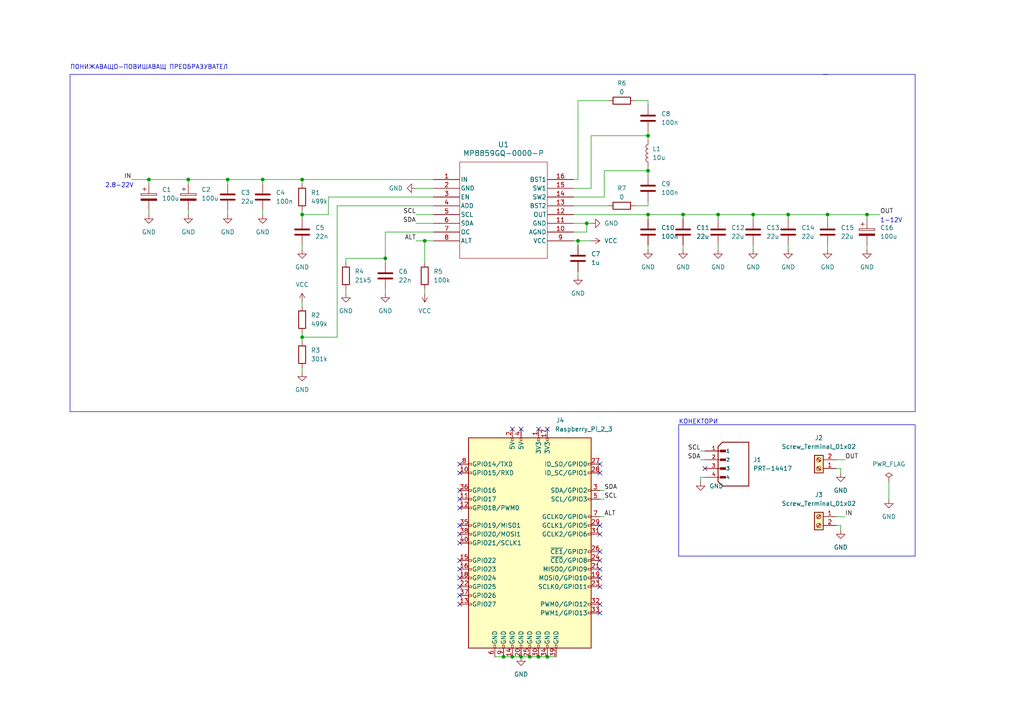
<source format=kicad_sch>
(kicad_sch (version 20230121) (generator eeschema)
  (paper "A4")
  (title_block (title "Buck-Boost захранване, управлявано с RaspberryPi") (date "2024-02-04") (rev "1") (company "Петър Николов") (comment 1 "Дипломен ръководител: Цвети Хранов"))
  (lib_symbols
    (symbol "Connector:Raspberry_Pi_2_3" (pin_names (offset 1.016))
      (property "Reference" "J" (at -17.78 31.75 0))
      (property "Value" "Raspberry_Pi_2_3" (at 10.16 -31.75 0))
      (symbol "Raspberry_Pi_2_3_0_1"
        (rectangle (start -17.78 30.48) (end 17.78 -30.48) (stroke (width 0.254)) (fill (type background)))
      )
      (symbol "Raspberry_Pi_2_3_1_1"
        (rectangle (start -16.891 -17.526) (end -17.78 -18.034))
        (rectangle (start -16.891 -14.986) (end -17.78 -15.494))
        (rectangle (start -16.891 -12.446) (end -17.78 -12.954))
        (rectangle (start -16.891 -9.906) (end -17.78 -10.414))
        (rectangle (start -16.891 -7.366) (end -17.78 -7.874))
        (rectangle (start -16.891 -4.826) (end -17.78 -5.334))
        (rectangle (start -16.891 0.254) (end -17.78 -0.254))
        (rectangle (start -16.891 2.794) (end -17.78 2.286))
        (rectangle (start -16.891 5.334) (end -17.78 4.826))
        (rectangle (start -16.891 10.414) (end -17.78 9.906))
        (rectangle (start -16.891 12.954) (end -17.78 12.446))
        (rectangle (start -16.891 15.494) (end -17.78 14.986))
        (rectangle (start -16.891 20.574) (end -17.78 20.066))
        (rectangle (start -16.891 23.114) (end -17.78 22.606))
        (rectangle (start -10.414 -29.591) (end -9.906 -30.48))
        (rectangle (start -7.874 -29.591) (end -7.366 -30.48))
        (rectangle (start -5.334 -29.591) (end -4.826 -30.48))
        (rectangle (start -5.334 30.48) (end -4.826 29.591))
        (rectangle (start -2.794 -29.591) (end -2.286 -30.48))
        (rectangle (start -2.794 30.48) (end -2.286 29.591))
        (rectangle (start -0.254 -29.591) (end 0.254 -30.48))
        (rectangle (start 2.286 -29.591) (end 2.794 -30.48))
        (rectangle (start 2.286 30.48) (end 2.794 29.591))
        (rectangle (start 4.826 -29.591) (end 5.334 -30.48))
        (rectangle (start 4.826 30.48) (end 5.334 29.591))
        (rectangle (start 7.366 -29.591) (end 7.874 -30.48))
        (rectangle (start 17.78 -20.066) (end 16.891 -20.574))
        (rectangle (start 17.78 -17.526) (end 16.891 -18.034))
        (rectangle (start 17.78 -12.446) (end 16.891 -12.954))
        (rectangle (start 17.78 -9.906) (end 16.891 -10.414))
        (rectangle (start 17.78 -7.366) (end 16.891 -7.874))
        (rectangle (start 17.78 -4.826) (end 16.891 -5.334))
        (rectangle (start 17.78 -2.286) (end 16.891 -2.794))
        (rectangle (start 17.78 2.794) (end 16.891 2.286))
        (rectangle (start 17.78 5.334) (end 16.891 4.826))
        (rectangle (start 17.78 7.874) (end 16.891 7.366))
        (rectangle (start 17.78 12.954) (end 16.891 12.446))
        (rectangle (start 17.78 15.494) (end 16.891 14.986))
        (rectangle (start 17.78 20.574) (end 16.891 20.066))
        (rectangle (start 17.78 23.114) (end 16.891 22.606))
        (pin power_in line (at 2.54 33.02 270) (length 2.54) (name "3V3") (number "1"))
        (pin bidirectional line (at -20.32 20.32 0) (length 2.54) (name "GPIO15/RXD") (number "10"))
        (pin bidirectional line (at -20.32 12.7 0) (length 2.54) (name "GPIO17") (number "11"))
        (pin bidirectional line (at -20.32 10.16 0) (length 2.54) (name "GPIO18/PWM0") (number "12"))
        (pin bidirectional line (at -20.32 -17.78 0) (length 2.54) (name "GPIO27") (number "13"))
        (pin power_in line (at -5.08 -33.02 90) (length 2.54) (name "GND") (number "14"))
        (pin bidirectional line (at -20.32 -5.08 0) (length 2.54) (name "GPIO22") (number "15"))
        (pin bidirectional line (at -20.32 -7.62 0) (length 2.54) (name "GPIO23") (number "16"))
        (pin power_in line (at 5.08 33.02 270) (length 2.54) (name "3V3") (number "17"))
        (pin bidirectional line (at -20.32 -10.16 0) (length 2.54) (name "GPIO24") (number "18"))
        (pin bidirectional line (at 20.32 -10.16 180) (length 2.54) (name "MOSI0/GPIO10") (number "19"))
        (pin power_in line (at -5.08 33.02 270) (length 2.54) (name "5V") (number "2"))
        (pin power_in line (at -2.54 -33.02 90) (length 2.54) (name "GND") (number "20"))
        (pin bidirectional line (at 20.32 -7.62 180) (length 2.54) (name "MISO0/GPIO9") (number "21"))
        (pin bidirectional line (at -20.32 -12.7 0) (length 2.54) (name "GPIO25") (number "22"))
        (pin bidirectional line (at 20.32 -12.7 180) (length 2.54) (name "SCLK0/GPIO11") (number "23"))
        (pin bidirectional line (at 20.32 -5.08 180) (length 2.54) (name "~{CE0}/GPIO8") (number "24"))
        (pin power_in line (at 0 -33.02 90) (length 2.54) (name "GND") (number "25"))
        (pin bidirectional line (at 20.32 -2.54 180) (length 2.54) (name "~{CE1}/GPIO7") (number "26"))
        (pin bidirectional line (at 20.32 22.86 180) (length 2.54) (name "ID_SD/GPIO0") (number "27"))
        (pin bidirectional line (at 20.32 20.32 180) (length 2.54) (name "ID_SC/GPIO1") (number "28"))
        (pin bidirectional line (at 20.32 5.08 180) (length 2.54) (name "GCLK1/GPIO5") (number "29"))
        (pin bidirectional line (at 20.32 15.24 180) (length 2.54) (name "SDA/GPIO2") (number "3"))
        (pin power_in line (at 2.54 -33.02 90) (length 2.54) (name "GND") (number "30"))
        (pin bidirectional line (at 20.32 2.54 180) (length 2.54) (name "GCLK2/GPIO6") (number "31"))
        (pin bidirectional line (at 20.32 -17.78 180) (length 2.54) (name "PWM0/GPIO12") (number "32"))
        (pin bidirectional line (at 20.32 -20.32 180) (length 2.54) (name "PWM1/GPIO13") (number "33"))
        (pin power_in line (at 5.08 -33.02 90) (length 2.54) (name "GND") (number "34"))
        (pin bidirectional line (at -20.32 5.08 0) (length 2.54) (name "GPIO19/MISO1") (number "35"))
        (pin bidirectional line (at -20.32 15.24 0) (length 2.54) (name "GPIO16") (number "36"))
        (pin bidirectional line (at -20.32 -15.24 0) (length 2.54) (name "GPIO26") (number "37"))
        (pin bidirectional line (at -20.32 2.54 0) (length 2.54) (name "GPIO20/MOSI1") (number "38"))
        (pin power_in line (at 7.62 -33.02 90) (length 2.54) (name "GND") (number "39"))
        (pin power_in line (at -2.54 33.02 270) (length 2.54) (name "5V") (number "4"))
        (pin bidirectional line (at -20.32 0 0) (length 2.54) (name "GPIO21/SCLK1") (number "40"))
        (pin bidirectional line (at 20.32 12.7 180) (length 2.54) (name "SCL/GPIO3") (number "5"))
        (pin power_in line (at -10.16 -33.02 90) (length 2.54) (name "GND") (number "6"))
        (pin bidirectional line (at 20.32 7.62 180) (length 2.54) (name "GCLK0/GPIO4") (number "7"))
        (pin bidirectional line (at -20.32 22.86 0) (length 2.54) (name "GPIO14/TXD") (number "8"))
        (pin power_in line (at -7.62 -33.02 90) (length 2.54) (name "GND") (number "9"))
      )
    )
    (symbol "Connector:Screw_Terminal_01x02" (pin_names (offset 1.016) hide)
      (property "Reference" "J" (at 0 2.54 0))
      (property "Value" "Screw_Terminal_01x02" (at 0 -5.08 0))
      (symbol "Screw_Terminal_01x02_1_1"
        (rectangle (start -1.27 1.27) (end 1.27 -3.81) (stroke (width 0.254)) (fill (type background)))
        (circle (center 0 -2.54) (radius 0.635) (stroke (width 0.1524)))
        (polyline (pts (xy -0.5334 -2.2098) (xy 0.3302 -3.048)) (stroke (width 0.1524)))
        (polyline (pts (xy -0.5334 0.3302) (xy 0.3302 -0.508)) (stroke (width 0.1524)))
        (polyline (pts (xy -0.3556 -2.032) (xy 0.508 -2.8702)) (stroke (width 0.1524)))
        (polyline (pts (xy -0.3556 0.508) (xy 0.508 -0.3302)) (stroke (width 0.1524)))
        (circle (center 0 0) (radius 0.635) (stroke (width 0.1524)))
        (pin passive line (at -5.08 0 0) (length 3.81) (name "Pin_1") (number "1"))
        (pin passive line (at -5.08 -2.54 0) (length 3.81) (name "Pin_2") (number "2"))
      )
    )
    (symbol "Device:C" (pin_numbers hide) (pin_names (offset 0.254))
      (property "Reference" "C" (at 0.635 2.54 0))
      (property "Value" "C" (at 0.635 -2.54 0))
      (symbol "C_0_1"
        (polyline (pts (xy -2.032 -0.762) (xy 2.032 -0.762)) (stroke (width 0.508)))
        (polyline (pts (xy -2.032 0.762) (xy 2.032 0.762)) (stroke (width 0.508)))
      )
      (symbol "C_1_1"
        (pin passive line (at 0 3.81 270) (length 2.794) (name "~") (number "1"))
        (pin passive line (at 0 -3.81 90) (length 2.794) (name "~") (number "2"))
      )
    )
    (symbol "Device:C_Polarized" (pin_numbers hide) (pin_names (offset 0.254))
      (property "Reference" "C" (at 0.635 2.54 0))
      (property "Value" "C_Polarized" (at 0.635 -2.54 0))
      (symbol "C_Polarized_0_1"
        (rectangle (start -2.286 0.508) (end 2.286 1.016))
        (polyline (pts (xy -1.778 2.286) (xy -0.762 2.286)))
        (polyline (pts (xy -1.27 2.794) (xy -1.27 1.778)))
        (rectangle (start 2.286 -0.508) (end -2.286 -1.016) (fill (type outline)))
      )
      (symbol "C_Polarized_1_1"
        (pin passive line (at 0 3.81 270) (length 2.794) (name "~") (number "1"))
        (pin passive line (at 0 -3.81 90) (length 2.794) (name "~") (number "2"))
      )
    )
    (symbol "Device:L" (pin_numbers hide) (pin_names (offset 1.016) hide)
      (property "Reference" "L" (at -1.27 0 90))
      (property "Value" "L" (at 1.905 0 90))
      (symbol "L_0_1"
        (arc (start 0 -2.54) (mid 0.6323 -1.905) (end 0 -1.27))
        (arc (start 0 -1.27) (mid 0.6323 -0.635) (end 0 0))
        (arc (start 0 0) (mid 0.6323 0.635) (end 0 1.27))
        (arc (start 0 1.27) (mid 0.6323 1.905) (end 0 2.54))
      )
      (symbol "L_1_1"
        (pin passive line (at 0 3.81 270) (length 1.27) (name "1") (number "1"))
        (pin passive line (at 0 -3.81 90) (length 1.27) (name "2") (number "2"))
      )
    )
    (symbol "Device:R" (pin_numbers hide) (pin_names (offset 0))
      (property "Reference" "R" (at 2.032 0 90))
      (property "Value" "R" (at 0 0 90))
      (symbol "R_0_1"
        (rectangle (start -1.016 -2.54) (end 1.016 2.54) (stroke (width 0.254)))
      )
      (symbol "R_1_1"
        (pin passive line (at 0 3.81 270) (length 1.27) (name "~") (number "1"))
        (pin passive line (at 0 -3.81 90) (length 1.27) (name "~") (number "2"))
      )
    )
    (symbol "MP8859:MP8859GQ-0000-P" (pin_names (offset 0.254))
      (property "Reference" "U" (at 20.32 10.16 0))
      (property "Value" "MP8859GQ-0000-P" (at 20.32 7.62 0))
      (symbol "MP8859GQ-0000-P_0_1"
        (polyline (pts (xy 7.62 -22.86) (xy 33.02 -22.86)) (stroke (width 0.127)))
        (polyline (pts (xy 7.62 5.08) (xy 7.62 -22.86)) (stroke (width 0.127)))
        (polyline (pts (xy 33.02 -22.86) (xy 33.02 5.08)) (stroke (width 0.127)))
        (polyline (pts (xy 33.02 5.08) (xy 7.62 5.08)) (stroke (width 0.127)))
        (pin input line (at 0 0 0) (length 7.62) (name "IN") (number "1"))
        (pin power_out line (at 40.64 -15.24 180) (length 7.62) (name "AGND") (number "10"))
        (pin power_out line (at 40.64 -12.7 180) (length 7.62) (name "GND") (number "11"))
        (pin output line (at 40.64 -10.16 180) (length 7.62) (name "OUT") (number "12"))
        (pin bidirectional line (at 40.64 -7.62 180) (length 7.62) (name "BST2") (number "13"))
        (pin bidirectional line (at 40.64 -5.08 180) (length 7.62) (name "SW2") (number "14"))
        (pin bidirectional line (at 40.64 -2.54 180) (length 7.62) (name "SW1") (number "15"))
        (pin bidirectional line (at 40.64 0 180) (length 7.62) (name "BST1") (number "16"))
        (pin power_out line (at 0 -2.54 0) (length 7.62) (name "GND") (number "2"))
        (pin unspecified line (at 0 -5.08 0) (length 7.62) (name "EN") (number "3"))
        (pin unspecified line (at 0 -7.62 0) (length 7.62) (name "ADD") (number "4"))
        (pin unspecified line (at 0 -10.16 0) (length 7.62) (name "SCL") (number "5"))
        (pin unspecified line (at 0 -12.7 0) (length 7.62) (name "SDA") (number "6"))
        (pin unspecified line (at 0 -15.24 0) (length 7.62) (name "OC") (number "7"))
        (pin unspecified line (at 0 -17.78 0) (length 7.62) (name "ALT") (number "8"))
        (pin power_in line (at 40.64 -17.78 180) (length 7.62) (name "VCC") (number "9"))
      )
    )
    (symbol "QWIIC:PRT-14417" (pin_names (offset 1.016))
      (property "Reference" "J" (at -2.54 8.382 0))
      (property "Value" "PRT-14417" (at -2.54 -7.62 0))
      (symbol "PRT-14417_0_0"
        (rectangle (start -3.175 -2.8575) (end -1.5875 -2.2225) (stroke (width 0.1)) (fill (type outline)))
        (rectangle (start -3.175 -0.3175) (end -1.5875 0.3175) (stroke (width 0.1)) (fill (type outline)))
        (rectangle (start -3.175 2.2225) (end -1.5875 2.8575) (stroke (width 0.1)) (fill (type outline)))
        (rectangle (start -3.175 4.7625) (end -1.5875 5.3975) (stroke (width 0.1)) (fill (type outline)))
        (polyline (pts (xy -3.81 -3.81) (xy -2.54 -5.08)) (stroke (width 0.254)))
        (polyline (pts (xy -3.81 6.35) (xy -3.81 -3.81)) (stroke (width 0.254)))
        (polyline (pts (xy -3.81 6.35) (xy -2.54 7.62)) (stroke (width 0.254)))
        (polyline (pts (xy -2.54 -5.08) (xy 5.08 -5.08)) (stroke (width 0.254)))
        (polyline (pts (xy 5.08 -5.08) (xy 5.08 7.62)) (stroke (width 0.254)))
        (polyline (pts (xy 5.08 7.62) (xy -2.54 7.62)) (stroke (width 0.254)))
        (pin passive line (at -7.62 5.08 0) (length 5.08) (name "1") (number "1"))
        (pin passive line (at -7.62 2.54 0) (length 5.08) (name "2") (number "2"))
        (pin passive line (at -7.62 0 0) (length 5.08) (name "3") (number "3"))
        (pin passive line (at -7.62 -2.54 0) (length 5.08) (name "4") (number "4"))
      )
    )
    (symbol "power:GND" (power) (pin_names (offset 0))
      (property "Value" "GND" (at 0 -3.81 0))
      (symbol "GND_0_1"
        (polyline (pts (xy 0 0) (xy 0 -1.27) (xy 1.27 -1.27) (xy 0 -2.54) (xy -1.27 -1.27) (xy 0 -1.27)))
      )
      (symbol "GND_1_1"
        (pin power_in line (at 0 0 270) (length 0) hide (name "GND") (number "1"))
      )
    )
    (symbol "power:PWR_FLAG" (power) (pin_numbers hide) (pin_names (offset 0) hide)
      (property "Value" "PWR_FLAG" (at 0 3.81 0))
      (symbol "PWR_FLAG_0_0"
        (pin power_out line (at 0 0 90) (length 0) (name "pwr") (number "1"))
      )
      (symbol "PWR_FLAG_0_1"
        (polyline (pts (xy 0 0) (xy 0 1.27) (xy -1.016 1.905) (xy 0 2.54) (xy 1.016 1.905) (xy 0 1.27)))
      )
    )
    (symbol "power:VCC" (power) (pin_names (offset 0))
      (property "Value" "VCC" (at 0 3.81 0))
      (symbol "VCC_0_1"
        (polyline (pts (xy -0.762 1.27) (xy 0 2.54)))
        (polyline (pts (xy 0 0) (xy 0 2.54)))
        (polyline (pts (xy 0 2.54) (xy 0.762 1.27)))
      )
      (symbol "VCC_1_1"
        (pin power_in line (at 0 0 90) (length 0) hide (name "VCC") (number "1"))
      )
    )
  )
  (junction (at 187.96 62.23))
  (junction (at 167.64 69.85))
  (junction (at 218.44 62.23))
  (junction (at 153.67 190.5))
  (junction (at 228.6 62.23))
  (junction (at 170.18 64.77))
  (junction (at 66.04 52.07))
  (junction (at 111.76 74.93))
  (junction (at 187.96 49.53))
  (junction (at 87.63 97.79))
  (junction (at 146.05 190.5))
  (junction (at 156.21 190.5))
  (junction (at 158.75 190.5))
  (junction (at 87.63 52.07))
  (junction (at 251.46 62.23))
  (junction (at 54.61 52.07))
  (junction (at 151.13 190.5))
  (junction (at 208.28 62.23))
  (junction (at 148.59 190.5))
  (junction (at 187.96 39.37))
  (junction (at 240.03 62.23))
  (junction (at 76.2 52.07))
  (junction (at 198.12 62.23))
  (junction (at 43.18 52.07))
  (junction (at 87.63 62.23))
  (junction (at 123.19 69.85))
  (no_connect (at 173.99 162.56))
  (no_connect (at 173.99 170.18))
  (no_connect (at 204.47 135.89))
  (no_connect (at 173.99 167.64))
  (no_connect (at 133.35 157.48))
  (no_connect (at 173.99 175.26))
  (no_connect (at 133.35 170.18))
  (no_connect (at 156.21 124.46))
  (no_connect (at 133.35 147.32))
  (no_connect (at 133.35 167.64))
  (no_connect (at 173.99 154.94))
  (no_connect (at 133.35 162.56))
  (no_connect (at 151.13 124.46))
  (no_connect (at 133.35 154.94))
  (no_connect (at 173.99 134.62))
  (no_connect (at 133.35 137.16))
  (no_connect (at 173.99 177.8))
  (no_connect (at 133.35 165.1))
  (no_connect (at 173.99 137.16))
  (no_connect (at 158.75 124.46))
  (no_connect (at 173.99 152.4))
  (no_connect (at 173.99 165.1))
  (no_connect (at 133.35 175.26))
  (no_connect (at 133.35 142.24))
  (no_connect (at 133.35 134.62))
  (no_connect (at 133.35 144.78))
  (no_connect (at 133.35 152.4))
  (no_connect (at 173.99 160.02))
  (no_connect (at 133.35 172.72))
  (no_connect (at 148.59 124.46))
  (polyline (pts (xy 196.85 161.29) (xy 196.85 123.19)))
  (wire (pts (xy 120.65 54.61) (xy 125.73 54.61)))
  (wire (pts (xy 240.03 62.23) (xy 251.46 62.23)))
  (wire (pts (xy 95.25 62.23) (xy 95.25 57.15)))
  (wire (pts (xy 87.63 97.79) (xy 87.63 99.06)))
  (wire (pts (xy 54.61 60.96) (xy 54.61 62.23)))
  (wire (pts (xy 187.96 62.23) (xy 198.12 62.23)))
  (wire (pts (xy 100.33 83.82) (xy 100.33 85.09)))
  (wire (pts (xy 166.37 57.15) (xy 175.26 57.15)))
  (wire (pts (xy 43.18 52.07) (xy 54.61 52.07)))
  (wire (pts (xy 54.61 53.34) (xy 54.61 52.07)))
  (wire (pts (xy 208.28 62.23) (xy 218.44 62.23)))
  (wire (pts (xy 208.28 62.23) (xy 208.28 63.5)))
  (wire (pts (xy 123.19 69.85) (xy 125.73 69.85)))
  (wire (pts (xy 87.63 71.12) (xy 87.63 72.39)))
  (wire (pts (xy 198.12 62.23) (xy 198.12 63.5)))
  (wire (pts (xy 243.84 137.16) (xy 243.84 135.89)))
  (wire (pts (xy 167.64 52.07) (xy 167.64 29.21)))
  (wire (pts (xy 87.63 62.23) (xy 95.25 62.23)))
  (wire (pts (xy 198.12 71.12) (xy 198.12 72.39)))
  (wire (pts (xy 251.46 62.23) (xy 255.27 62.23)))
  (wire (pts (xy 187.96 39.37) (xy 187.96 40.64)))
  (polyline (pts (xy 20.32 119.38) (xy 20.32 21.59)))
  (wire (pts (xy 171.45 39.37) (xy 187.96 39.37)))
  (wire (pts (xy 173.99 149.86) (xy 175.26 149.86)))
  (wire (pts (xy 243.84 135.89) (xy 242.57 135.89)))
  (wire (pts (xy 184.15 59.69) (xy 187.96 59.69)))
  (wire (pts (xy 66.04 60.96) (xy 66.04 62.23)))
  (wire (pts (xy 123.19 83.82) (xy 123.19 85.09)))
  (wire (pts (xy 167.64 78.74) (xy 167.64 80.01)))
  (wire (pts (xy 100.33 74.93) (xy 111.76 74.93)))
  (wire (pts (xy 257.81 139.7) (xy 257.81 144.78)))
  (wire (pts (xy 203.2 138.43) (xy 204.47 138.43)))
  (wire (pts (xy 170.18 67.31) (xy 166.37 67.31)))
  (wire (pts (xy 123.19 69.85) (xy 123.19 76.2)))
  (wire (pts (xy 166.37 54.61) (xy 171.45 54.61)))
  (wire (pts (xy 111.76 76.2) (xy 111.76 74.93)))
  (wire (pts (xy 218.44 71.12) (xy 218.44 72.39)))
  (wire (pts (xy 76.2 60.96) (xy 76.2 62.23)))
  (wire (pts (xy 170.18 64.77) (xy 170.18 67.31)))
  (wire (pts (xy 158.75 190.5) (xy 161.29 190.5)))
  (polyline (pts (xy 20.32 21.59) (xy 240.03 21.59)))
  (polyline (pts (xy 238.76 21.59) (xy 265.43 21.59)))
  (wire (pts (xy 203.2 130.81) (xy 204.47 130.81)))
  (wire (pts (xy 125.73 67.31) (xy 111.76 67.31)))
  (wire (pts (xy 203.2 133.35) (xy 204.47 133.35)))
  (wire (pts (xy 242.57 133.35) (xy 245.11 133.35)))
  (polyline (pts (xy 196.85 161.29) (xy 265.43 161.29)))
  (wire (pts (xy 228.6 71.12) (xy 228.6 72.39)))
  (wire (pts (xy 87.63 52.07) (xy 87.63 53.34)))
  (wire (pts (xy 198.12 62.23) (xy 208.28 62.23)))
  (wire (pts (xy 146.05 190.5) (xy 148.59 190.5)))
  (polyline (pts (xy 20.32 119.38) (xy 240.03 119.38)))
  (wire (pts (xy 187.96 38.1) (xy 187.96 39.37)))
  (wire (pts (xy 187.96 71.12) (xy 187.96 72.39)))
  (wire (pts (xy 153.67 190.5) (xy 156.21 190.5)))
  (wire (pts (xy 148.59 190.5) (xy 151.13 190.5)))
  (wire (pts (xy 170.18 64.77) (xy 171.45 64.77)))
  (wire (pts (xy 54.61 52.07) (xy 66.04 52.07)))
  (wire (pts (xy 87.63 97.79) (xy 97.79 97.79)))
  (wire (pts (xy 203.2 139.7) (xy 203.2 138.43)))
  (wire (pts (xy 87.63 52.07) (xy 125.73 52.07)))
  (wire (pts (xy 66.04 52.07) (xy 76.2 52.07)))
  (wire (pts (xy 76.2 52.07) (xy 87.63 52.07)))
  (wire (pts (xy 228.6 62.23) (xy 228.6 63.5)))
  (wire (pts (xy 100.33 74.93) (xy 100.33 76.2)))
  (wire (pts (xy 166.37 52.07) (xy 167.64 52.07)))
  (polyline (pts (xy 196.85 123.19) (xy 265.43 123.19)))
  (wire (pts (xy 187.96 62.23) (xy 187.96 63.5)))
  (wire (pts (xy 97.79 59.69) (xy 125.73 59.69)))
  (wire (pts (xy 187.96 29.21) (xy 187.96 30.48)))
  (wire (pts (xy 167.64 29.21) (xy 176.53 29.21)))
  (wire (pts (xy 166.37 64.77) (xy 170.18 64.77)))
  (wire (pts (xy 111.76 67.31) (xy 111.76 74.93)))
  (wire (pts (xy 187.96 48.26) (xy 187.96 49.53)))
  (wire (pts (xy 243.84 153.67) (xy 243.84 152.4)))
  (wire (pts (xy 187.96 49.53) (xy 187.96 50.8)))
  (wire (pts (xy 166.37 69.85) (xy 167.64 69.85)))
  (wire (pts (xy 240.03 71.12) (xy 240.03 72.39)))
  (wire (pts (xy 251.46 71.12) (xy 251.46 72.39)))
  (wire (pts (xy 76.2 52.07) (xy 76.2 53.34)))
  (wire (pts (xy 143.51 190.5) (xy 146.05 190.5)))
  (polyline (pts (xy 265.43 119.38) (xy 265.43 21.59)))
  (wire (pts (xy 218.44 62.23) (xy 218.44 63.5)))
  (wire (pts (xy 120.65 62.23) (xy 125.73 62.23)))
  (wire (pts (xy 120.65 64.77) (xy 125.73 64.77)))
  (wire (pts (xy 251.46 62.23) (xy 251.46 63.5)))
  (wire (pts (xy 167.64 69.85) (xy 167.64 71.12)))
  (wire (pts (xy 242.57 149.86) (xy 245.11 149.86)))
  (wire (pts (xy 87.63 87.63) (xy 87.63 88.9)))
  (wire (pts (xy 175.26 49.53) (xy 187.96 49.53)))
  (wire (pts (xy 87.63 96.52) (xy 87.63 97.79)))
  (wire (pts (xy 184.15 29.21) (xy 187.96 29.21)))
  (polyline (pts (xy 265.43 123.19) (xy 265.43 161.29)))
  (wire (pts (xy 243.84 152.4) (xy 242.57 152.4)))
  (wire (pts (xy 66.04 53.34) (xy 66.04 52.07)))
  (wire (pts (xy 166.37 59.69) (xy 176.53 59.69)))
  (wire (pts (xy 120.65 69.85) (xy 123.19 69.85)))
  (wire (pts (xy 218.44 62.23) (xy 228.6 62.23)))
  (wire (pts (xy 97.79 97.79) (xy 97.79 59.69)))
  (wire (pts (xy 240.03 62.23) (xy 240.03 63.5)))
  (wire (pts (xy 173.99 142.24) (xy 175.26 142.24)))
  (wire (pts (xy 166.37 62.23) (xy 187.96 62.23)))
  (wire (pts (xy 228.6 62.23) (xy 240.03 62.23)))
  (wire (pts (xy 38.1 52.07) (xy 43.18 52.07)))
  (wire (pts (xy 208.28 71.12) (xy 208.28 72.39)))
  (wire (pts (xy 187.96 59.69) (xy 187.96 58.42)))
  (wire (pts (xy 111.76 83.82) (xy 111.76 85.09)))
  (wire (pts (xy 87.63 62.23) (xy 87.63 63.5)))
  (wire (pts (xy 151.13 190.5) (xy 153.67 190.5)))
  (wire (pts (xy 173.99 144.78) (xy 175.26 144.78)))
  (wire (pts (xy 87.63 106.68) (xy 87.63 107.95)))
  (wire (pts (xy 171.45 54.61) (xy 171.45 39.37)))
  (wire (pts (xy 43.18 60.96) (xy 43.18 62.23)))
  (wire (pts (xy 43.18 52.07) (xy 43.18 53.34)))
  (polyline (pts (xy 240.03 119.38) (xy 265.43 119.38)))
  (wire (pts (xy 156.21 190.5) (xy 158.75 190.5)))
  (wire (pts (xy 95.25 57.15) (xy 125.73 57.15)))
  (wire (pts (xy 175.26 57.15) (xy 175.26 49.53)))
  (wire (pts (xy 167.64 69.85) (xy 171.45 69.85)))
  (wire (pts (xy 87.63 60.96) (xy 87.63 62.23)))
  (text "ПОНИЖАВАЩО-ПОВИШАВАЩ ПРЕОБРАЗУВАТЕЛ" (at 20.32 20.32 0) (effects (font (size 1.27 1.27)) (justify left bottom)))
  (text "КОНЕКТОРИ" (at 196.85 123.19 0) (effects (font (size 1.27 1.27)) (justify left bottom)))
  (text "1-12V" (at 255.27 64.77 0) (effects (font (size 1.27 1.27)) (justify left bottom)))
  (text "2.8-22V" (at 30.48 54.61 0) (effects (font (size 1.27 1.27)) (justify left bottom)))
  (label "ALT" (at 175.26 149.86 0))
  (label "SCL" (at 120.65 62.23 180))
  (label "SDA" (at 175.26 142.24 0))
  (label "SDA" (at 120.65 64.77 180))
  (label "SDA" (at 203.2 133.35 180))
  (label "IN" (at 245.11 149.86 0))
  (label "IN" (at 38.1 52.07 180))
  (label "SCL" (at 203.2 130.81 180))
  (label "SCL" (at 175.26 144.78 0))
  (label "ALT" (at 120.65 69.85 180))
  (label "OUT" (at 245.11 133.35 0))
  (label "OUT" (at 255.27 62.23 0))
  (symbol (lib_id "Device:C") (at 187.96 54.61 180) (unit 1)
    (property "Reference" "C9" (at 191.77 53.34 0) (effects (justify right)))
    (property "Value" "100n" (at 191.77 55.88 0) (effects (justify right)))
    (property "Footprint" "Capacitor_SMD:C_0402_1005Metric_Pad0.74x0.62mm_HandSolder" (effects hide))
  )
  (symbol (lib_id "power:GND") (at 228.6 72.39 0) (unit 1)
    (property "Reference" "#PWR024" (effects hide))
    (property "Value" "GND" (at 228.6 77.47 0))
  )
  (symbol (lib_id "power:GND") (at 87.63 107.95 0) (unit 1)
    (property "Reference" "#PWR011" (effects hide))
    (property "Value" "GND" (at 87.63 113.03 0))
  )
  (symbol (lib_id "Device:C") (at 111.76 80.01 0) (unit 1)
    (property "Reference" "C6" (at 115.57 78.74 0) (effects (justify left)))
    (property "Value" "22n" (at 115.57 81.28 0) (effects (justify left)))
    (property "Footprint" "Capacitor_SMD:C_0402_1005Metric_Pad0.74x0.62mm_HandSolder" (effects hide))
  )
  (symbol (lib_id "power:GND") (at 111.76 85.09 0) (unit 1)
    (property "Reference" "#PWR013" (effects hide))
    (property "Value" "GND" (at 111.76 90.17 0))
  )
  (symbol (lib_id "Device:C") (at 167.64 74.93 0) (unit 1)
    (property "Reference" "C7" (at 171.45 73.66 0) (effects (justify left)))
    (property "Value" "1u" (at 171.45 76.2 0) (effects (justify left)))
    (property "Footprint" "Capacitor_SMD:C_0603_1608Metric_Pad1.08x0.95mm_HandSolder" (effects hide))
  )
  (symbol (lib_id "power:GND") (at 240.03 72.39 0) (unit 1)
    (property "Reference" "#PWR025" (effects hide))
    (property "Value" "GND" (at 240.03 77.47 0))
  )
  (symbol (lib_id "power:VCC") (at 87.63 87.63 0) (unit 1)
    (property "Reference" "#PWR010" (effects hide))
    (property "Value" "VCC" (at 87.63 82.55 0))
  )
  (symbol (lib_id "power:GND") (at 76.2 62.23 0) (unit 1)
    (property "Reference" "#PWR07" (effects hide))
    (property "Value" "GND" (at 76.2 67.31 0))
  )
  (symbol (lib_id "Device:C_Polarized") (at 43.18 57.15 0) (unit 1)
    (property "Reference" "C1" (at 46.99 54.991 0) (effects (justify left)))
    (property "Value" "100u" (at 46.99 57.531 0) (effects (justify left)))
    (property "Footprint" "Capacitor_SMD:CP_Elec_6.3x7.7" (effects hide))
  )
  (symbol (lib_id "Device:R") (at 180.34 29.21 90) (unit 1)
    (property "Reference" "R6" (at 180.34 24.13 90))
    (property "Value" "0" (at 180.34 26.67 90))
    (property "Footprint" "Resistor_SMD:R_0402_1005Metric_Pad0.72x0.64mm_HandSolder" (effects hide))
  )
  (symbol (lib_id "power:GND") (at 66.04 62.23 0) (unit 1)
    (property "Reference" "#PWR04" (effects hide))
    (property "Value" "GND" (at 66.04 67.31 0))
  )
  (symbol (lib_id "power:GND") (at 100.33 85.09 0) (unit 1)
    (property "Reference" "#PWR012" (effects hide))
    (property "Value" "GND" (at 100.33 90.17 0))
  )
  (symbol (lib_id "Device:R") (at 100.33 80.01 0) (unit 1)
    (property "Reference" "R4" (at 102.87 78.74 0) (effects (justify left)))
    (property "Value" "21k5" (at 102.87 81.28 0) (effects (justify left)))
    (property "Footprint" "Resistor_SMD:R_0402_1005Metric_Pad0.72x0.64mm_HandSolder" (effects hide))
  )
  (symbol (lib_id "Device:C") (at 198.12 67.31 0) (unit 1)
    (property "Reference" "C11" (at 201.93 66.04 0) (effects (justify left)))
    (property "Value" "22u" (at 201.93 68.58 0) (effects (justify left)))
    (property "Footprint" "Capacitor_SMD:C_1206_3216Metric_Pad1.33x1.80mm_HandSolder" (effects hide))
  )
  (symbol (lib_id "power:GND") (at 243.84 153.67 0) (unit 1)
    (property "Reference" "#PWR06" (effects hide))
    (property "Value" "GND" (at 243.84 158.75 0))
  )
  (symbol (lib_id "Device:C") (at 228.6 67.31 0) (unit 1)
    (property "Reference" "C14" (at 232.41 66.04 0) (effects (justify left)))
    (property "Value" "22u" (at 232.41 68.58 0) (effects (justify left)))
    (property "Footprint" "Capacitor_SMD:C_1206_3216Metric_Pad1.33x1.80mm_HandSolder" (effects hide))
  )
  (symbol (lib_id "Device:R") (at 87.63 57.15 0) (unit 1)
    (property "Reference" "R1" (at 90.17 55.88 0) (effects (justify left)))
    (property "Value" "499k" (at 90.17 58.42 0) (effects (justify left)))
    (property "Footprint" "Resistor_SMD:R_0402_1005Metric_Pad0.72x0.64mm_HandSolder" (effects hide))
  )
  (symbol (lib_id "Connector:Raspberry_Pi_2_3") (at 153.67 157.48 0) (unit 1) (in_bom no) (on_board no)
    (property "Reference" "J4" (at 161.29 121.92 0) (effects (justify left)))
    (property "Value" "Raspberry_Pi_2_3" (at 160.9441 124.46 0) (effects (justify left)))
    (property "Datasheet" "https://www.raspberrypi.org/documentation/hardware/raspberrypi/schematics/rpi_SCH_3bplus_1p0_reduced.pdf" (effects hide))
    (property "Sim.Enable" "0" (effects hide))
  )
  (symbol (lib_id "Device:R") (at 87.63 102.87 0) (unit 1)
    (property "Reference" "R3" (at 90.17 101.6 0) (effects (justify left)))
    (property "Value" "301k" (at 90.17 104.14 0) (effects (justify left)))
    (property "Footprint" "Resistor_SMD:R_0402_1005Metric_Pad0.72x0.64mm_HandSolder" (effects hide))
  )
  (symbol (lib_id "power:GND") (at 54.61 62.23 0) (unit 1)
    (property "Reference" "#PWR03" (effects hide))
    (property "Value" "GND" (at 54.61 67.31 0))
  )
  (symbol (lib_id "power:PWR_FLAG") (at 257.81 139.7 0) (unit 1)
    (property "Reference" "#FLG01" (effects hide))
    (property "Value" "PWR_FLAG" (at 257.81 134.62 0))
  )
  (symbol (lib_id "power:GND") (at 218.44 72.39 0) (unit 1)
    (property "Reference" "#PWR023" (effects hide))
    (property "Value" "GND" (at 218.44 77.47 0))
  )
  (symbol (lib_id "Device:C") (at 87.63 67.31 0) (unit 1)
    (property "Reference" "C5" (at 91.44 66.04 0) (effects (justify left)))
    (property "Value" "22n" (at 91.44 68.58 0) (effects (justify left)))
    (property "Footprint" "Capacitor_SMD:C_0402_1005Metric_Pad0.74x0.62mm_HandSolder" (effects hide))
  )
  (symbol (lib_id "power:GND") (at 43.18 62.23 0) (unit 1)
    (property "Reference" "#PWR02" (effects hide))
    (property "Value" "GND" (at 43.18 67.31 0))
  )
  (symbol (lib_id "power:GND") (at 187.96 72.39 0) (unit 1)
    (property "Reference" "#PWR020" (effects hide))
    (property "Value" "GND" (at 187.96 77.47 0))
  )
  (symbol (lib_id "power:GND") (at 198.12 72.39 0) (unit 1)
    (property "Reference" "#PWR021" (effects hide))
    (property "Value" "GND" (at 198.12 77.47 0))
  )
  (symbol (lib_id "Device:C") (at 218.44 67.31 0) (unit 1)
    (property "Reference" "C13" (at 222.25 66.04 0) (effects (justify left)))
    (property "Value" "22u" (at 222.25 68.58 0) (effects (justify left)))
    (property "Footprint" "Capacitor_SMD:C_1206_3216Metric_Pad1.33x1.80mm_HandSolder" (effects hide))
  )
  (symbol (lib_id "power:GND") (at 87.63 72.39 0) (unit 1)
    (property "Reference" "#PWR09" (effects hide))
    (property "Value" "GND" (at 87.63 77.47 0))
  )
  (symbol (lib_id "power:GND") (at 257.81 144.78 0) (unit 1)
    (property "Reference" "#PWR08" (effects hide))
    (property "Value" "GND" (at 257.81 149.86 0))
  )
  (symbol (lib_id "Connector:Screw_Terminal_01x02") (at 237.49 149.86 0) (mirror y) (unit 1)
    (property "Reference" "J3" (at 237.49 143.51 0))
    (property "Value" "Screw_Terminal_01x02" (at 237.49 146.05 0))
    (property "Footprint" "TerminalBlock_Phoenix:TerminalBlock_Phoenix_PT-1,5-2-3.5-H_1x02_P3.50mm_Horizontal" (effects hide))
  )
  (symbol (lib_id "Device:C_Polarized") (at 251.46 67.31 0) (unit 1)
    (property "Reference" "C16" (at 255.27 66.04 0) (effects (justify left)))
    (property "Value" "100u" (at 255.27 68.58 0) (effects (justify left)))
    (property "Footprint" "Capacitor_SMD:CP_Elec_6.3x7.7" (effects hide))
  )
  (symbol (lib_id "power:VCC") (at 171.45 69.85 270) (unit 1)
    (property "Reference" "#PWR019" (effects hide))
    (property "Value" "VCC" (at 175.26 69.85 90) (effects (justify left)))
  )
  (symbol (lib_id "Device:C") (at 76.2 57.15 0) (unit 1)
    (property "Reference" "C4" (at 80.01 55.88 0) (effects (justify left)))
    (property "Value" "100n" (at 80.01 58.42 0) (effects (justify left)))
    (property "Footprint" "Capacitor_SMD:C_0402_1005Metric_Pad0.74x0.62mm_HandSolder" (effects hide))
  )
  (symbol (lib_id "Device:R") (at 87.63 92.71 0) (unit 1)
    (property "Reference" "R2" (at 90.17 91.44 0) (effects (justify left)))
    (property "Value" "499k" (at 90.17 93.98 0) (effects (justify left)))
    (property "Footprint" "Resistor_SMD:R_0402_1005Metric_Pad0.72x0.64mm_HandSolder" (effects hide))
  )
  (symbol (lib_id "power:GND") (at 167.64 80.01 0) (unit 1)
    (property "Reference" "#PWR017" (effects hide))
    (property "Value" "GND" (at 167.64 85.09 0))
  )
  (symbol (lib_id "Connector:Screw_Terminal_01x02") (at 237.49 135.89 180) (unit 1)
    (property "Reference" "J2" (at 237.49 127 0))
    (property "Value" "Screw_Terminal_01x02" (at 237.49 129.54 0))
    (property "Footprint" "TerminalBlock_Phoenix:TerminalBlock_Phoenix_PT-1,5-2-3.5-H_1x02_P3.50mm_Horizontal" (effects hide))
  )
  (symbol (lib_id "power:GND") (at 171.45 64.77 90) (unit 1)
    (property "Reference" "#PWR018" (effects hide))
    (property "Value" "GND" (at 175.26 64.77 90) (effects (justify right)))
  )
  (symbol (lib_id "Device:R") (at 180.34 59.69 90) (unit 1)
    (property "Reference" "R7" (at 180.34 54.61 90))
    (property "Value" "0" (at 180.34 57.15 90))
    (property "Footprint" "Resistor_SMD:R_0402_1005Metric_Pad0.72x0.64mm_HandSolder" (effects hide))
  )
  (symbol (lib_id "power:GND") (at 151.13 190.5 0) (unit 1)
    (property "Reference" "#PWR016" (effects hide))
    (property "Value" "GND" (at 151.13 195.58 0))
  )
  (symbol (lib_id "power:GND") (at 251.46 72.39 0) (unit 1)
    (property "Reference" "#PWR026" (effects hide))
    (property "Value" "GND" (at 251.46 77.47 0))
  )
  (symbol (lib_id "Device:L") (at 187.96 44.45 180) (unit 1)
    (property "Reference" "L1" (at 189.23 43.18 0) (effects (justify right)))
    (property "Value" "10u" (at 189.23 45.72 0) (effects (justify right)))
    (property "Footprint" "WE-LHMI-7050:IND_7050-WE-LHMI_WRE" (effects hide))
  )
  (symbol (lib_id "power:GND") (at 208.28 72.39 0) (unit 1)
    (property "Reference" "#PWR022" (effects hide))
    (property "Value" "GND" (at 208.28 77.47 0))
  )
  (symbol (lib_id "power:GND") (at 120.65 54.61 270) (unit 1)
    (property "Reference" "#PWR014" (effects hide))
    (property "Value" "GND" (at 116.84 54.61 90) (effects (justify right)))
  )
  (symbol (lib_id "power:GND") (at 243.84 137.16 0) (unit 1)
    (property "Reference" "#PWR05" (effects hide))
    (property "Value" "GND" (at 243.84 142.24 0))
  )
  (symbol (lib_id "Device:R") (at 123.19 80.01 0) (unit 1)
    (property "Reference" "R5" (at 125.73 78.74 0) (effects (justify left)))
    (property "Value" "100k" (at 125.73 81.28 0) (effects (justify left)))
    (property "Footprint" "Resistor_SMD:R_0402_1005Metric_Pad0.72x0.64mm_HandSolder" (effects hide))
  )
  (symbol (lib_id "Device:C") (at 187.96 67.31 0) (unit 1)
    (property "Reference" "C10" (at 191.77 66.04 0) (effects (justify left)))
    (property "Value" "100n" (at 191.77 68.58 0) (effects (justify left)))
    (property "Footprint" "Capacitor_SMD:C_0402_1005Metric_Pad0.74x0.62mm_HandSolder" (effects hide))
  )
  (symbol (lib_id "Device:C") (at 240.03 67.31 0) (unit 1)
    (property "Reference" "C15" (at 243.84 66.04 0) (effects (justify left)))
    (property "Value" "22u" (at 243.84 68.58 0) (effects (justify left)))
    (property "Footprint" "Capacitor_SMD:C_1206_3216Metric_Pad1.33x1.80mm_HandSolder" (effects hide))
  )
  (symbol (lib_id "Device:C_Polarized") (at 54.61 57.15 0) (unit 1)
    (property "Reference" "C2" (at 58.42 54.991 0) (effects (justify left)))
    (property "Value" "100u" (at 58.42 57.531 0) (effects (justify left)))
    (property "Footprint" "Capacitor_Tantalum_SMD:CP_EIA-7343-43_Kemet-X_Pad2.25x2.55mm_HandSolder" (effects hide))
  )
  (symbol (lib_id "Device:C") (at 66.04 57.15 0) (unit 1)
    (property "Reference" "C3" (at 69.85 55.88 0) (effects (justify left)))
    (property "Value" "22u" (at 69.85 58.42 0) (effects (justify left)))
    (property "Footprint" "Capacitor_SMD:C_1206_3216Metric_Pad1.33x1.80mm_HandSolder" (effects hide))
  )
  (symbol (lib_id "Device:C") (at 208.28 67.31 0) (unit 1)
    (property "Reference" "C12" (at 212.09 66.04 0) (effects (justify left)))
    (property "Value" "22u" (at 212.09 68.58 0) (effects (justify left)))
    (property "Footprint" "Capacitor_SMD:C_1206_3216Metric_Pad1.33x1.80mm_HandSolder" (effects hide))
  )
  (symbol (lib_id "Device:C") (at 187.96 34.29 180) (unit 1)
    (property "Reference" "C8" (at 191.77 33.02 0) (effects (justify right)))
    (property "Value" "100n" (at 191.77 35.56 0) (effects (justify right)))
    (property "Footprint" "Capacitor_SMD:C_0402_1005Metric_Pad0.74x0.62mm_HandSolder" (effects hide))
  )
  (symbol (lib_id "power:GND") (at 203.2 139.7 0) (unit 1)
    (property "Reference" "#PWR01" (effects hide))
    (property "Value" "GND" (at 205.74 140.97 0) (effects (justify left)))
  )
  (symbol (lib_id "QWIIC:PRT-14417") (at 212.09 135.89 0) (unit 1)
    (property "Reference" "J1" (at 218.44 133.35 0) (effects (justify left)))
    (property "Value" "PRT-14417" (at 218.44 135.89 0) (effects (justify left)))
    (property "Footprint" "QWIIC:SPARKFUN_PRT-14417" (effects hide))
    (property "MF" "SparkFun Electronics" (effects hide))
    (property "MAXIMUM_PACKAGE_HEIGHT" "2.9 mm" (effects hide))
    (property "Package" "None" (effects hide))
    (property "Price" "None" (effects hide))
    (property "Check_prices" "https://www.snapeda.com/parts/PRT-14417/SparkFun+Electronics/view-part/?ref=eda" (effects hide))
    (property "STANDARD" "Manufacturer Recommendations" (effects hide))
    (property "PARTREV" "NA" (effects hide))
    (property "SnapEDA_Link" "https://www.snapeda.com/parts/PRT-14417/SparkFun+Electronics/view-part/?ref=snap" (effects hide))
    (property "MP" "PRT-14417" (effects hide))
    (property "Description" "\nQWIIC JST CONNECTOR - SMD 4-PIN\n" (effects hide))
    (property "Availability" "In Stock" (effects hide))
    (property "MANUFACTURER" "SparkFun Electronics" (effects hide))
  )
  (symbol (lib_id "MP8859:MP8859GQ-0000-P") (at 125.73 52.07 0) (unit 1)
    (property "Reference" "U1" (at 146.05 41.91 0) (effects (font (size 1.524 1.524))))
    (property "Value" "MP8859GQ-0000-P" (at 146.05 44.45 0) (effects (font (size 1.524 1.524))))
    (property "Footprint" "MP8859:QFN-16_MP8859_00_MNP" (effects hide))
    (property "Datasheet" "MP8859GQ-0000-P" (effects hide))
  )
  (symbol (lib_id "power:VCC") (at 123.19 85.09 180) (unit 1)
    (property "Reference" "#PWR015" (effects hide))
    (property "Value" "VCC" (at 123.19 90.17 0))
  )
)
</source>
